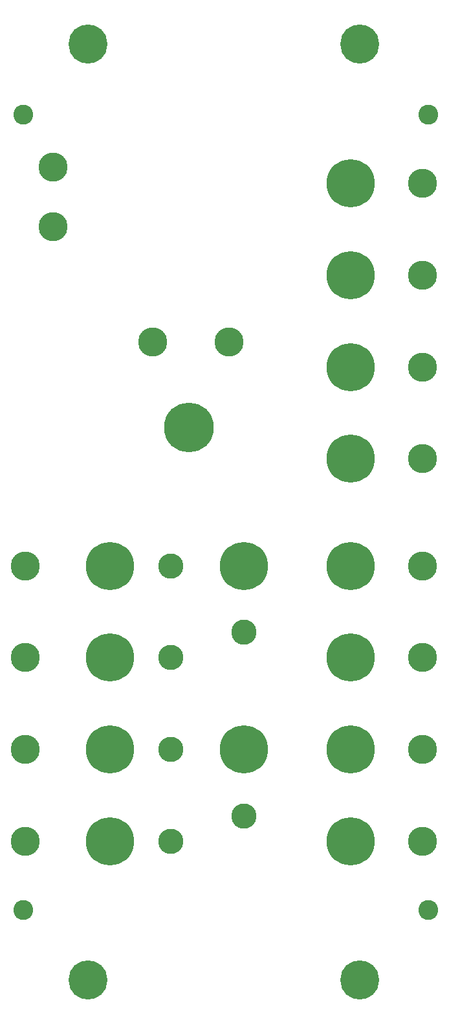
<source format=gbr>
G04 #@! TF.GenerationSoftware,KiCad,Pcbnew,(6.0.1)*
G04 #@! TF.CreationDate,2022-02-15T10:48:45-08:00*
G04 #@! TF.ProjectId,panel,70616e65-6c2e-46b6-9963-61645f706362,rev?*
G04 #@! TF.SameCoordinates,Original*
G04 #@! TF.FileFunction,Soldermask,Top*
G04 #@! TF.FilePolarity,Negative*
%FSLAX46Y46*%
G04 Gerber Fmt 4.6, Leading zero omitted, Abs format (unit mm)*
G04 Created by KiCad (PCBNEW (6.0.1)) date 2022-02-15 10:48:45*
%MOMM*%
%LPD*%
G01*
G04 APERTURE LIST*
%ADD10C,5.102000*%
%ADD11C,6.502000*%
%ADD12C,3.302000*%
%ADD13C,2.602000*%
%ADD14C,3.802000*%
%ADD15C,6.302000*%
G04 APERTURE END LIST*
D10*
X62500000Y-43750000D03*
X98000000Y-43750000D03*
X98000000Y-166150000D03*
X62500000Y-166150000D03*
D11*
X75700000Y-93950000D03*
D12*
X73270000Y-124000000D03*
X73270000Y-136000000D03*
X73270000Y-148000000D03*
D13*
X54000000Y-53000000D03*
X107000000Y-53000000D03*
X107000000Y-157000000D03*
X54000000Y-157000000D03*
D14*
X106250000Y-62000000D03*
X106250000Y-74000000D03*
X106250000Y-86000000D03*
X106250000Y-98000000D03*
X106250000Y-112000000D03*
X106250000Y-124000000D03*
X106250000Y-136000000D03*
D15*
X65370000Y-136000000D03*
X65370000Y-148000000D03*
X96870000Y-62000000D03*
X96870000Y-74000000D03*
X96870000Y-86000000D03*
X65370000Y-112000000D03*
D14*
X70950000Y-82750000D03*
D15*
X82870000Y-112000000D03*
D14*
X57850000Y-59850000D03*
X106250000Y-148000000D03*
D15*
X96870000Y-148000000D03*
X96870000Y-112000000D03*
X82870000Y-136000000D03*
D14*
X54250000Y-136000000D03*
D15*
X96870000Y-98000000D03*
D14*
X54250000Y-148000000D03*
X57850000Y-67700000D03*
D15*
X96870000Y-136000000D03*
X96870000Y-124000000D03*
D12*
X73270000Y-112000000D03*
D14*
X54250000Y-124000000D03*
D12*
X82870000Y-120700000D03*
X82870000Y-144700000D03*
D15*
X65370000Y-124000000D03*
D14*
X80950000Y-82750000D03*
X54250000Y-112000000D03*
M02*

</source>
